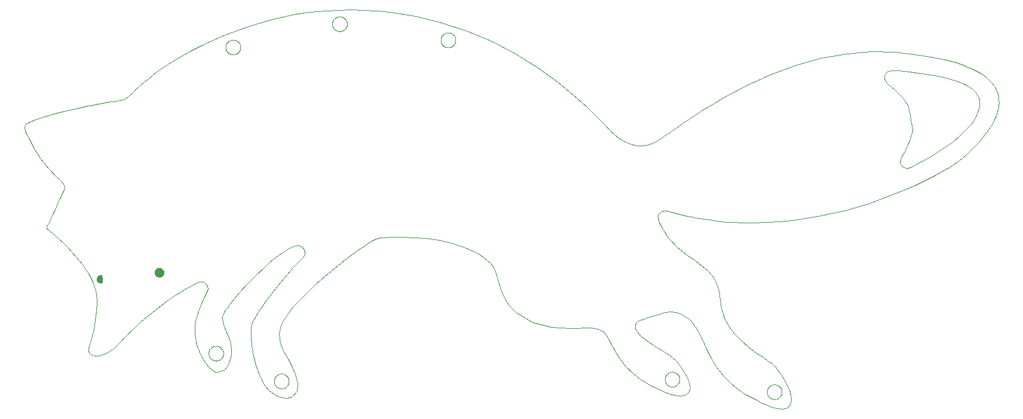
<source format=gto>
G04 EAGLE Gerber RS-274X export*
G75*
%MOMM*%
%FSLAX34Y34*%
%LPD*%
%INSilk top*%
%IPPOS*%
%AMOC8*
5,1,8,0,0,1.08239X$1,22.5*%
G01*
%ADD10C,0.000000*%
%ADD11C,0.001000*%

G36*
X192171Y186475D02*
X192171Y186475D01*
X193548Y186717D01*
X193549Y186717D01*
X194849Y187229D01*
X194850Y187229D01*
X195988Y187967D01*
X195988Y187968D01*
X195989Y187968D01*
X196945Y188898D01*
X196946Y188898D01*
X197700Y189986D01*
X197700Y189987D01*
X197701Y189987D01*
X198235Y191199D01*
X198530Y192500D01*
X198530Y192501D01*
X198566Y193857D01*
X198566Y193858D01*
X198325Y195235D01*
X198324Y195235D01*
X198324Y195236D01*
X197812Y196536D01*
X197812Y196537D01*
X197074Y197675D01*
X197073Y197675D01*
X197073Y197676D01*
X196143Y198632D01*
X195055Y199387D01*
X195054Y199387D01*
X195054Y199388D01*
X193843Y199922D01*
X193842Y199922D01*
X192541Y200217D01*
X192540Y200217D01*
X191184Y200253D01*
X191183Y200253D01*
X189806Y200011D01*
X188505Y199499D01*
X188504Y199499D01*
X187366Y198761D01*
X187366Y198760D01*
X187365Y198760D01*
X186409Y197830D01*
X185654Y196742D01*
X185654Y196741D01*
X185119Y195529D01*
X184824Y194228D01*
X184824Y194227D01*
X184788Y192871D01*
X184788Y192870D01*
X185030Y191493D01*
X185542Y190192D01*
X185542Y190191D01*
X186280Y189053D01*
X186281Y189053D01*
X186281Y189052D01*
X187211Y188096D01*
X187212Y188096D01*
X188300Y187341D01*
X189512Y186806D01*
X189513Y186806D01*
X190813Y186511D01*
X190814Y186511D01*
X192170Y186475D01*
X192171Y186475D01*
G37*
G36*
X108889Y178240D02*
X108889Y178240D01*
X108889Y178239D01*
X110029Y178440D01*
X110030Y178440D01*
X111106Y178863D01*
X111107Y178864D01*
X111665Y179229D01*
X111665Y179232D01*
X111667Y179233D01*
X111308Y184415D01*
X111307Y184416D01*
X111308Y184416D01*
X110275Y189367D01*
X110273Y189369D01*
X110272Y189370D01*
X109196Y189614D01*
X109195Y189614D01*
X108073Y189644D01*
X108072Y189644D01*
X106932Y189444D01*
X106932Y189443D01*
X106931Y189444D01*
X105855Y189020D01*
X105855Y189019D01*
X105854Y189020D01*
X104912Y188409D01*
X104912Y188408D01*
X104120Y187638D01*
X103495Y186737D01*
X103052Y185734D01*
X103053Y185734D01*
X103052Y185733D01*
X102808Y184657D01*
X102808Y184656D01*
X102778Y183534D01*
X102779Y183533D01*
X102778Y183533D01*
X102978Y182393D01*
X102979Y182393D01*
X103402Y181316D01*
X103403Y181316D01*
X103403Y181315D01*
X104014Y180373D01*
X104784Y179581D01*
X105685Y178956D01*
X105686Y178956D01*
X106688Y178514D01*
X106689Y178514D01*
X106689Y178513D01*
X107766Y178269D01*
X107766Y178270D01*
X107766Y178269D01*
X108889Y178239D01*
X108889Y178240D01*
G37*
D10*
X261280Y78740D02*
X261283Y78998D01*
X261293Y79255D01*
X261308Y79512D01*
X261331Y79769D01*
X261359Y80025D01*
X261394Y80281D01*
X261435Y80535D01*
X261482Y80788D01*
X261535Y81041D01*
X261595Y81291D01*
X261660Y81540D01*
X261732Y81788D01*
X261810Y82034D01*
X261894Y82277D01*
X261984Y82519D01*
X262079Y82758D01*
X262181Y82995D01*
X262288Y83229D01*
X262401Y83461D01*
X262520Y83690D01*
X262644Y83915D01*
X262774Y84138D01*
X262909Y84357D01*
X263050Y84573D01*
X263195Y84786D01*
X263346Y84995D01*
X263502Y85200D01*
X263663Y85401D01*
X263829Y85598D01*
X264000Y85791D01*
X264175Y85980D01*
X264355Y86165D01*
X264540Y86345D01*
X264729Y86520D01*
X264922Y86691D01*
X265119Y86857D01*
X265320Y87018D01*
X265525Y87174D01*
X265734Y87325D01*
X265947Y87470D01*
X266163Y87611D01*
X266382Y87746D01*
X266605Y87876D01*
X266830Y88000D01*
X267059Y88119D01*
X267291Y88232D01*
X267525Y88339D01*
X267762Y88441D01*
X268001Y88536D01*
X268243Y88626D01*
X268486Y88710D01*
X268732Y88788D01*
X268980Y88860D01*
X269229Y88925D01*
X269479Y88985D01*
X269732Y89038D01*
X269985Y89085D01*
X270239Y89126D01*
X270495Y89161D01*
X270751Y89189D01*
X271008Y89212D01*
X271265Y89227D01*
X271522Y89237D01*
X271780Y89240D01*
X272038Y89237D01*
X272295Y89227D01*
X272552Y89212D01*
X272809Y89189D01*
X273065Y89161D01*
X273321Y89126D01*
X273575Y89085D01*
X273828Y89038D01*
X274081Y88985D01*
X274331Y88925D01*
X274580Y88860D01*
X274828Y88788D01*
X275074Y88710D01*
X275317Y88626D01*
X275559Y88536D01*
X275798Y88441D01*
X276035Y88339D01*
X276269Y88232D01*
X276501Y88119D01*
X276730Y88000D01*
X276955Y87876D01*
X277178Y87746D01*
X277397Y87611D01*
X277613Y87470D01*
X277826Y87325D01*
X278035Y87174D01*
X278240Y87018D01*
X278441Y86857D01*
X278638Y86691D01*
X278831Y86520D01*
X279020Y86345D01*
X279205Y86165D01*
X279385Y85980D01*
X279560Y85791D01*
X279731Y85598D01*
X279897Y85401D01*
X280058Y85200D01*
X280214Y84995D01*
X280365Y84786D01*
X280510Y84573D01*
X280651Y84357D01*
X280786Y84138D01*
X280916Y83915D01*
X281040Y83690D01*
X281159Y83461D01*
X281272Y83229D01*
X281379Y82995D01*
X281481Y82758D01*
X281576Y82519D01*
X281666Y82277D01*
X281750Y82034D01*
X281828Y81788D01*
X281900Y81540D01*
X281965Y81291D01*
X282025Y81041D01*
X282078Y80788D01*
X282125Y80535D01*
X282166Y80281D01*
X282201Y80025D01*
X282229Y79769D01*
X282252Y79512D01*
X282267Y79255D01*
X282277Y78998D01*
X282280Y78740D01*
X282277Y78482D01*
X282267Y78225D01*
X282252Y77968D01*
X282229Y77711D01*
X282201Y77455D01*
X282166Y77199D01*
X282125Y76945D01*
X282078Y76692D01*
X282025Y76439D01*
X281965Y76189D01*
X281900Y75940D01*
X281828Y75692D01*
X281750Y75446D01*
X281666Y75203D01*
X281576Y74961D01*
X281481Y74722D01*
X281379Y74485D01*
X281272Y74251D01*
X281159Y74019D01*
X281040Y73790D01*
X280916Y73565D01*
X280786Y73342D01*
X280651Y73123D01*
X280510Y72907D01*
X280365Y72694D01*
X280214Y72485D01*
X280058Y72280D01*
X279897Y72079D01*
X279731Y71882D01*
X279560Y71689D01*
X279385Y71500D01*
X279205Y71315D01*
X279020Y71135D01*
X278831Y70960D01*
X278638Y70789D01*
X278441Y70623D01*
X278240Y70462D01*
X278035Y70306D01*
X277826Y70155D01*
X277613Y70010D01*
X277397Y69869D01*
X277178Y69734D01*
X276955Y69604D01*
X276730Y69480D01*
X276501Y69361D01*
X276269Y69248D01*
X276035Y69141D01*
X275798Y69039D01*
X275559Y68944D01*
X275317Y68854D01*
X275074Y68770D01*
X274828Y68692D01*
X274580Y68620D01*
X274331Y68555D01*
X274081Y68495D01*
X273828Y68442D01*
X273575Y68395D01*
X273321Y68354D01*
X273065Y68319D01*
X272809Y68291D01*
X272552Y68268D01*
X272295Y68253D01*
X272038Y68243D01*
X271780Y68240D01*
X271522Y68243D01*
X271265Y68253D01*
X271008Y68268D01*
X270751Y68291D01*
X270495Y68319D01*
X270239Y68354D01*
X269985Y68395D01*
X269732Y68442D01*
X269479Y68495D01*
X269229Y68555D01*
X268980Y68620D01*
X268732Y68692D01*
X268486Y68770D01*
X268243Y68854D01*
X268001Y68944D01*
X267762Y69039D01*
X267525Y69141D01*
X267291Y69248D01*
X267059Y69361D01*
X266830Y69480D01*
X266605Y69604D01*
X266382Y69734D01*
X266163Y69869D01*
X265947Y70010D01*
X265734Y70155D01*
X265525Y70306D01*
X265320Y70462D01*
X265119Y70623D01*
X264922Y70789D01*
X264729Y70960D01*
X264540Y71135D01*
X264355Y71315D01*
X264175Y71500D01*
X264000Y71689D01*
X263829Y71882D01*
X263663Y72079D01*
X263502Y72280D01*
X263346Y72485D01*
X263195Y72694D01*
X263050Y72907D01*
X262909Y73123D01*
X262774Y73342D01*
X262644Y73565D01*
X262520Y73790D01*
X262401Y74019D01*
X262288Y74251D01*
X262181Y74485D01*
X262079Y74722D01*
X261984Y74961D01*
X261894Y75203D01*
X261810Y75446D01*
X261732Y75692D01*
X261660Y75940D01*
X261595Y76189D01*
X261535Y76439D01*
X261482Y76692D01*
X261435Y76945D01*
X261394Y77199D01*
X261359Y77455D01*
X261331Y77711D01*
X261308Y77968D01*
X261293Y78225D01*
X261283Y78482D01*
X261280Y78740D01*
X353990Y39370D02*
X353993Y39628D01*
X354003Y39885D01*
X354018Y40142D01*
X354041Y40399D01*
X354069Y40655D01*
X354104Y40911D01*
X354145Y41165D01*
X354192Y41418D01*
X354245Y41671D01*
X354305Y41921D01*
X354370Y42170D01*
X354442Y42418D01*
X354520Y42664D01*
X354604Y42907D01*
X354694Y43149D01*
X354789Y43388D01*
X354891Y43625D01*
X354998Y43859D01*
X355111Y44091D01*
X355230Y44320D01*
X355354Y44545D01*
X355484Y44768D01*
X355619Y44987D01*
X355760Y45203D01*
X355905Y45416D01*
X356056Y45625D01*
X356212Y45830D01*
X356373Y46031D01*
X356539Y46228D01*
X356710Y46421D01*
X356885Y46610D01*
X357065Y46795D01*
X357250Y46975D01*
X357439Y47150D01*
X357632Y47321D01*
X357829Y47487D01*
X358030Y47648D01*
X358235Y47804D01*
X358444Y47955D01*
X358657Y48100D01*
X358873Y48241D01*
X359092Y48376D01*
X359315Y48506D01*
X359540Y48630D01*
X359769Y48749D01*
X360001Y48862D01*
X360235Y48969D01*
X360472Y49071D01*
X360711Y49166D01*
X360953Y49256D01*
X361196Y49340D01*
X361442Y49418D01*
X361690Y49490D01*
X361939Y49555D01*
X362189Y49615D01*
X362442Y49668D01*
X362695Y49715D01*
X362949Y49756D01*
X363205Y49791D01*
X363461Y49819D01*
X363718Y49842D01*
X363975Y49857D01*
X364232Y49867D01*
X364490Y49870D01*
X364748Y49867D01*
X365005Y49857D01*
X365262Y49842D01*
X365519Y49819D01*
X365775Y49791D01*
X366031Y49756D01*
X366285Y49715D01*
X366538Y49668D01*
X366791Y49615D01*
X367041Y49555D01*
X367290Y49490D01*
X367538Y49418D01*
X367784Y49340D01*
X368027Y49256D01*
X368269Y49166D01*
X368508Y49071D01*
X368745Y48969D01*
X368979Y48862D01*
X369211Y48749D01*
X369440Y48630D01*
X369665Y48506D01*
X369888Y48376D01*
X370107Y48241D01*
X370323Y48100D01*
X370536Y47955D01*
X370745Y47804D01*
X370950Y47648D01*
X371151Y47487D01*
X371348Y47321D01*
X371541Y47150D01*
X371730Y46975D01*
X371915Y46795D01*
X372095Y46610D01*
X372270Y46421D01*
X372441Y46228D01*
X372607Y46031D01*
X372768Y45830D01*
X372924Y45625D01*
X373075Y45416D01*
X373220Y45203D01*
X373361Y44987D01*
X373496Y44768D01*
X373626Y44545D01*
X373750Y44320D01*
X373869Y44091D01*
X373982Y43859D01*
X374089Y43625D01*
X374191Y43388D01*
X374286Y43149D01*
X374376Y42907D01*
X374460Y42664D01*
X374538Y42418D01*
X374610Y42170D01*
X374675Y41921D01*
X374735Y41671D01*
X374788Y41418D01*
X374835Y41165D01*
X374876Y40911D01*
X374911Y40655D01*
X374939Y40399D01*
X374962Y40142D01*
X374977Y39885D01*
X374987Y39628D01*
X374990Y39370D01*
X374987Y39112D01*
X374977Y38855D01*
X374962Y38598D01*
X374939Y38341D01*
X374911Y38085D01*
X374876Y37829D01*
X374835Y37575D01*
X374788Y37322D01*
X374735Y37069D01*
X374675Y36819D01*
X374610Y36570D01*
X374538Y36322D01*
X374460Y36076D01*
X374376Y35833D01*
X374286Y35591D01*
X374191Y35352D01*
X374089Y35115D01*
X373982Y34881D01*
X373869Y34649D01*
X373750Y34420D01*
X373626Y34195D01*
X373496Y33972D01*
X373361Y33753D01*
X373220Y33537D01*
X373075Y33324D01*
X372924Y33115D01*
X372768Y32910D01*
X372607Y32709D01*
X372441Y32512D01*
X372270Y32319D01*
X372095Y32130D01*
X371915Y31945D01*
X371730Y31765D01*
X371541Y31590D01*
X371348Y31419D01*
X371151Y31253D01*
X370950Y31092D01*
X370745Y30936D01*
X370536Y30785D01*
X370323Y30640D01*
X370107Y30499D01*
X369888Y30364D01*
X369665Y30234D01*
X369440Y30110D01*
X369211Y29991D01*
X368979Y29878D01*
X368745Y29771D01*
X368508Y29669D01*
X368269Y29574D01*
X368027Y29484D01*
X367784Y29400D01*
X367538Y29322D01*
X367290Y29250D01*
X367041Y29185D01*
X366791Y29125D01*
X366538Y29072D01*
X366285Y29025D01*
X366031Y28984D01*
X365775Y28949D01*
X365519Y28921D01*
X365262Y28898D01*
X365005Y28883D01*
X364748Y28873D01*
X364490Y28870D01*
X364232Y28873D01*
X363975Y28883D01*
X363718Y28898D01*
X363461Y28921D01*
X363205Y28949D01*
X362949Y28984D01*
X362695Y29025D01*
X362442Y29072D01*
X362189Y29125D01*
X361939Y29185D01*
X361690Y29250D01*
X361442Y29322D01*
X361196Y29400D01*
X360953Y29484D01*
X360711Y29574D01*
X360472Y29669D01*
X360235Y29771D01*
X360001Y29878D01*
X359769Y29991D01*
X359540Y30110D01*
X359315Y30234D01*
X359092Y30364D01*
X358873Y30499D01*
X358657Y30640D01*
X358444Y30785D01*
X358235Y30936D01*
X358030Y31092D01*
X357829Y31253D01*
X357632Y31419D01*
X357439Y31590D01*
X357250Y31765D01*
X357065Y31945D01*
X356885Y32130D01*
X356710Y32319D01*
X356539Y32512D01*
X356373Y32709D01*
X356212Y32910D01*
X356056Y33115D01*
X355905Y33324D01*
X355760Y33537D01*
X355619Y33753D01*
X355484Y33972D01*
X355354Y34195D01*
X355230Y34420D01*
X355111Y34649D01*
X354998Y34881D01*
X354891Y35115D01*
X354789Y35352D01*
X354694Y35591D01*
X354604Y35833D01*
X354520Y36076D01*
X354442Y36322D01*
X354370Y36570D01*
X354305Y36819D01*
X354245Y37069D01*
X354192Y37322D01*
X354145Y37575D01*
X354104Y37829D01*
X354069Y38085D01*
X354041Y38341D01*
X354018Y38598D01*
X354003Y38855D01*
X353993Y39112D01*
X353990Y39370D01*
X1052490Y24130D02*
X1052493Y24388D01*
X1052503Y24645D01*
X1052518Y24902D01*
X1052541Y25159D01*
X1052569Y25415D01*
X1052604Y25671D01*
X1052645Y25925D01*
X1052692Y26178D01*
X1052745Y26431D01*
X1052805Y26681D01*
X1052870Y26930D01*
X1052942Y27178D01*
X1053020Y27424D01*
X1053104Y27667D01*
X1053194Y27909D01*
X1053289Y28148D01*
X1053391Y28385D01*
X1053498Y28619D01*
X1053611Y28851D01*
X1053730Y29080D01*
X1053854Y29305D01*
X1053984Y29528D01*
X1054119Y29747D01*
X1054260Y29963D01*
X1054405Y30176D01*
X1054556Y30385D01*
X1054712Y30590D01*
X1054873Y30791D01*
X1055039Y30988D01*
X1055210Y31181D01*
X1055385Y31370D01*
X1055565Y31555D01*
X1055750Y31735D01*
X1055939Y31910D01*
X1056132Y32081D01*
X1056329Y32247D01*
X1056530Y32408D01*
X1056735Y32564D01*
X1056944Y32715D01*
X1057157Y32860D01*
X1057373Y33001D01*
X1057592Y33136D01*
X1057815Y33266D01*
X1058040Y33390D01*
X1058269Y33509D01*
X1058501Y33622D01*
X1058735Y33729D01*
X1058972Y33831D01*
X1059211Y33926D01*
X1059453Y34016D01*
X1059696Y34100D01*
X1059942Y34178D01*
X1060190Y34250D01*
X1060439Y34315D01*
X1060689Y34375D01*
X1060942Y34428D01*
X1061195Y34475D01*
X1061449Y34516D01*
X1061705Y34551D01*
X1061961Y34579D01*
X1062218Y34602D01*
X1062475Y34617D01*
X1062732Y34627D01*
X1062990Y34630D01*
X1063248Y34627D01*
X1063505Y34617D01*
X1063762Y34602D01*
X1064019Y34579D01*
X1064275Y34551D01*
X1064531Y34516D01*
X1064785Y34475D01*
X1065038Y34428D01*
X1065291Y34375D01*
X1065541Y34315D01*
X1065790Y34250D01*
X1066038Y34178D01*
X1066284Y34100D01*
X1066527Y34016D01*
X1066769Y33926D01*
X1067008Y33831D01*
X1067245Y33729D01*
X1067479Y33622D01*
X1067711Y33509D01*
X1067940Y33390D01*
X1068165Y33266D01*
X1068388Y33136D01*
X1068607Y33001D01*
X1068823Y32860D01*
X1069036Y32715D01*
X1069245Y32564D01*
X1069450Y32408D01*
X1069651Y32247D01*
X1069848Y32081D01*
X1070041Y31910D01*
X1070230Y31735D01*
X1070415Y31555D01*
X1070595Y31370D01*
X1070770Y31181D01*
X1070941Y30988D01*
X1071107Y30791D01*
X1071268Y30590D01*
X1071424Y30385D01*
X1071575Y30176D01*
X1071720Y29963D01*
X1071861Y29747D01*
X1071996Y29528D01*
X1072126Y29305D01*
X1072250Y29080D01*
X1072369Y28851D01*
X1072482Y28619D01*
X1072589Y28385D01*
X1072691Y28148D01*
X1072786Y27909D01*
X1072876Y27667D01*
X1072960Y27424D01*
X1073038Y27178D01*
X1073110Y26930D01*
X1073175Y26681D01*
X1073235Y26431D01*
X1073288Y26178D01*
X1073335Y25925D01*
X1073376Y25671D01*
X1073411Y25415D01*
X1073439Y25159D01*
X1073462Y24902D01*
X1073477Y24645D01*
X1073487Y24388D01*
X1073490Y24130D01*
X1073487Y23872D01*
X1073477Y23615D01*
X1073462Y23358D01*
X1073439Y23101D01*
X1073411Y22845D01*
X1073376Y22589D01*
X1073335Y22335D01*
X1073288Y22082D01*
X1073235Y21829D01*
X1073175Y21579D01*
X1073110Y21330D01*
X1073038Y21082D01*
X1072960Y20836D01*
X1072876Y20593D01*
X1072786Y20351D01*
X1072691Y20112D01*
X1072589Y19875D01*
X1072482Y19641D01*
X1072369Y19409D01*
X1072250Y19180D01*
X1072126Y18955D01*
X1071996Y18732D01*
X1071861Y18513D01*
X1071720Y18297D01*
X1071575Y18084D01*
X1071424Y17875D01*
X1071268Y17670D01*
X1071107Y17469D01*
X1070941Y17272D01*
X1070770Y17079D01*
X1070595Y16890D01*
X1070415Y16705D01*
X1070230Y16525D01*
X1070041Y16350D01*
X1069848Y16179D01*
X1069651Y16013D01*
X1069450Y15852D01*
X1069245Y15696D01*
X1069036Y15545D01*
X1068823Y15400D01*
X1068607Y15259D01*
X1068388Y15124D01*
X1068165Y14994D01*
X1067940Y14870D01*
X1067711Y14751D01*
X1067479Y14638D01*
X1067245Y14531D01*
X1067008Y14429D01*
X1066769Y14334D01*
X1066527Y14244D01*
X1066284Y14160D01*
X1066038Y14082D01*
X1065790Y14010D01*
X1065541Y13945D01*
X1065291Y13885D01*
X1065038Y13832D01*
X1064785Y13785D01*
X1064531Y13744D01*
X1064275Y13709D01*
X1064019Y13681D01*
X1063762Y13658D01*
X1063505Y13643D01*
X1063248Y13633D01*
X1062990Y13630D01*
X1062732Y13633D01*
X1062475Y13643D01*
X1062218Y13658D01*
X1061961Y13681D01*
X1061705Y13709D01*
X1061449Y13744D01*
X1061195Y13785D01*
X1060942Y13832D01*
X1060689Y13885D01*
X1060439Y13945D01*
X1060190Y14010D01*
X1059942Y14082D01*
X1059696Y14160D01*
X1059453Y14244D01*
X1059211Y14334D01*
X1058972Y14429D01*
X1058735Y14531D01*
X1058501Y14638D01*
X1058269Y14751D01*
X1058040Y14870D01*
X1057815Y14994D01*
X1057592Y15124D01*
X1057373Y15259D01*
X1057157Y15400D01*
X1056944Y15545D01*
X1056735Y15696D01*
X1056530Y15852D01*
X1056329Y16013D01*
X1056132Y16179D01*
X1055939Y16350D01*
X1055750Y16525D01*
X1055565Y16705D01*
X1055385Y16890D01*
X1055210Y17079D01*
X1055039Y17272D01*
X1054873Y17469D01*
X1054712Y17670D01*
X1054556Y17875D01*
X1054405Y18084D01*
X1054260Y18297D01*
X1054119Y18513D01*
X1053984Y18732D01*
X1053854Y18955D01*
X1053730Y19180D01*
X1053611Y19409D01*
X1053498Y19641D01*
X1053391Y19875D01*
X1053289Y20112D01*
X1053194Y20351D01*
X1053104Y20593D01*
X1053020Y20836D01*
X1052942Y21082D01*
X1052870Y21330D01*
X1052805Y21579D01*
X1052745Y21829D01*
X1052692Y22082D01*
X1052645Y22335D01*
X1052604Y22589D01*
X1052569Y22845D01*
X1052541Y23101D01*
X1052518Y23358D01*
X1052503Y23615D01*
X1052493Y23872D01*
X1052490Y24130D01*
X436540Y546100D02*
X436543Y546358D01*
X436553Y546615D01*
X436568Y546872D01*
X436591Y547129D01*
X436619Y547385D01*
X436654Y547641D01*
X436695Y547895D01*
X436742Y548148D01*
X436795Y548401D01*
X436855Y548651D01*
X436920Y548900D01*
X436992Y549148D01*
X437070Y549394D01*
X437154Y549637D01*
X437244Y549879D01*
X437339Y550118D01*
X437441Y550355D01*
X437548Y550589D01*
X437661Y550821D01*
X437780Y551050D01*
X437904Y551275D01*
X438034Y551498D01*
X438169Y551717D01*
X438310Y551933D01*
X438455Y552146D01*
X438606Y552355D01*
X438762Y552560D01*
X438923Y552761D01*
X439089Y552958D01*
X439260Y553151D01*
X439435Y553340D01*
X439615Y553525D01*
X439800Y553705D01*
X439989Y553880D01*
X440182Y554051D01*
X440379Y554217D01*
X440580Y554378D01*
X440785Y554534D01*
X440994Y554685D01*
X441207Y554830D01*
X441423Y554971D01*
X441642Y555106D01*
X441865Y555236D01*
X442090Y555360D01*
X442319Y555479D01*
X442551Y555592D01*
X442785Y555699D01*
X443022Y555801D01*
X443261Y555896D01*
X443503Y555986D01*
X443746Y556070D01*
X443992Y556148D01*
X444240Y556220D01*
X444489Y556285D01*
X444739Y556345D01*
X444992Y556398D01*
X445245Y556445D01*
X445499Y556486D01*
X445755Y556521D01*
X446011Y556549D01*
X446268Y556572D01*
X446525Y556587D01*
X446782Y556597D01*
X447040Y556600D01*
X447298Y556597D01*
X447555Y556587D01*
X447812Y556572D01*
X448069Y556549D01*
X448325Y556521D01*
X448581Y556486D01*
X448835Y556445D01*
X449088Y556398D01*
X449341Y556345D01*
X449591Y556285D01*
X449840Y556220D01*
X450088Y556148D01*
X450334Y556070D01*
X450577Y555986D01*
X450819Y555896D01*
X451058Y555801D01*
X451295Y555699D01*
X451529Y555592D01*
X451761Y555479D01*
X451990Y555360D01*
X452215Y555236D01*
X452438Y555106D01*
X452657Y554971D01*
X452873Y554830D01*
X453086Y554685D01*
X453295Y554534D01*
X453500Y554378D01*
X453701Y554217D01*
X453898Y554051D01*
X454091Y553880D01*
X454280Y553705D01*
X454465Y553525D01*
X454645Y553340D01*
X454820Y553151D01*
X454991Y552958D01*
X455157Y552761D01*
X455318Y552560D01*
X455474Y552355D01*
X455625Y552146D01*
X455770Y551933D01*
X455911Y551717D01*
X456046Y551498D01*
X456176Y551275D01*
X456300Y551050D01*
X456419Y550821D01*
X456532Y550589D01*
X456639Y550355D01*
X456741Y550118D01*
X456836Y549879D01*
X456926Y549637D01*
X457010Y549394D01*
X457088Y549148D01*
X457160Y548900D01*
X457225Y548651D01*
X457285Y548401D01*
X457338Y548148D01*
X457385Y547895D01*
X457426Y547641D01*
X457461Y547385D01*
X457489Y547129D01*
X457512Y546872D01*
X457527Y546615D01*
X457537Y546358D01*
X457540Y546100D01*
X457537Y545842D01*
X457527Y545585D01*
X457512Y545328D01*
X457489Y545071D01*
X457461Y544815D01*
X457426Y544559D01*
X457385Y544305D01*
X457338Y544052D01*
X457285Y543799D01*
X457225Y543549D01*
X457160Y543300D01*
X457088Y543052D01*
X457010Y542806D01*
X456926Y542563D01*
X456836Y542321D01*
X456741Y542082D01*
X456639Y541845D01*
X456532Y541611D01*
X456419Y541379D01*
X456300Y541150D01*
X456176Y540925D01*
X456046Y540702D01*
X455911Y540483D01*
X455770Y540267D01*
X455625Y540054D01*
X455474Y539845D01*
X455318Y539640D01*
X455157Y539439D01*
X454991Y539242D01*
X454820Y539049D01*
X454645Y538860D01*
X454465Y538675D01*
X454280Y538495D01*
X454091Y538320D01*
X453898Y538149D01*
X453701Y537983D01*
X453500Y537822D01*
X453295Y537666D01*
X453086Y537515D01*
X452873Y537370D01*
X452657Y537229D01*
X452438Y537094D01*
X452215Y536964D01*
X451990Y536840D01*
X451761Y536721D01*
X451529Y536608D01*
X451295Y536501D01*
X451058Y536399D01*
X450819Y536304D01*
X450577Y536214D01*
X450334Y536130D01*
X450088Y536052D01*
X449840Y535980D01*
X449591Y535915D01*
X449341Y535855D01*
X449088Y535802D01*
X448835Y535755D01*
X448581Y535714D01*
X448325Y535679D01*
X448069Y535651D01*
X447812Y535628D01*
X447555Y535613D01*
X447298Y535603D01*
X447040Y535600D01*
X446782Y535603D01*
X446525Y535613D01*
X446268Y535628D01*
X446011Y535651D01*
X445755Y535679D01*
X445499Y535714D01*
X445245Y535755D01*
X444992Y535802D01*
X444739Y535855D01*
X444489Y535915D01*
X444240Y535980D01*
X443992Y536052D01*
X443746Y536130D01*
X443503Y536214D01*
X443261Y536304D01*
X443022Y536399D01*
X442785Y536501D01*
X442551Y536608D01*
X442319Y536721D01*
X442090Y536840D01*
X441865Y536964D01*
X441642Y537094D01*
X441423Y537229D01*
X441207Y537370D01*
X440994Y537515D01*
X440785Y537666D01*
X440580Y537822D01*
X440379Y537983D01*
X440182Y538149D01*
X439989Y538320D01*
X439800Y538495D01*
X439615Y538675D01*
X439435Y538860D01*
X439260Y539049D01*
X439089Y539242D01*
X438923Y539439D01*
X438762Y539640D01*
X438606Y539845D01*
X438455Y540054D01*
X438310Y540267D01*
X438169Y540483D01*
X438034Y540702D01*
X437904Y540925D01*
X437780Y541150D01*
X437661Y541379D01*
X437548Y541611D01*
X437441Y541845D01*
X437339Y542082D01*
X437244Y542321D01*
X437154Y542563D01*
X437070Y542806D01*
X436992Y543052D01*
X436920Y543300D01*
X436855Y543549D01*
X436795Y543799D01*
X436742Y544052D01*
X436695Y544305D01*
X436654Y544559D01*
X436619Y544815D01*
X436591Y545071D01*
X436568Y545328D01*
X436553Y545585D01*
X436543Y545842D01*
X436540Y546100D01*
X590210Y523240D02*
X590213Y523498D01*
X590223Y523755D01*
X590238Y524012D01*
X590261Y524269D01*
X590289Y524525D01*
X590324Y524781D01*
X590365Y525035D01*
X590412Y525288D01*
X590465Y525541D01*
X590525Y525791D01*
X590590Y526040D01*
X590662Y526288D01*
X590740Y526534D01*
X590824Y526777D01*
X590914Y527019D01*
X591009Y527258D01*
X591111Y527495D01*
X591218Y527729D01*
X591331Y527961D01*
X591450Y528190D01*
X591574Y528415D01*
X591704Y528638D01*
X591839Y528857D01*
X591980Y529073D01*
X592125Y529286D01*
X592276Y529495D01*
X592432Y529700D01*
X592593Y529901D01*
X592759Y530098D01*
X592930Y530291D01*
X593105Y530480D01*
X593285Y530665D01*
X593470Y530845D01*
X593659Y531020D01*
X593852Y531191D01*
X594049Y531357D01*
X594250Y531518D01*
X594455Y531674D01*
X594664Y531825D01*
X594877Y531970D01*
X595093Y532111D01*
X595312Y532246D01*
X595535Y532376D01*
X595760Y532500D01*
X595989Y532619D01*
X596221Y532732D01*
X596455Y532839D01*
X596692Y532941D01*
X596931Y533036D01*
X597173Y533126D01*
X597416Y533210D01*
X597662Y533288D01*
X597910Y533360D01*
X598159Y533425D01*
X598409Y533485D01*
X598662Y533538D01*
X598915Y533585D01*
X599169Y533626D01*
X599425Y533661D01*
X599681Y533689D01*
X599938Y533712D01*
X600195Y533727D01*
X600452Y533737D01*
X600710Y533740D01*
X600968Y533737D01*
X601225Y533727D01*
X601482Y533712D01*
X601739Y533689D01*
X601995Y533661D01*
X602251Y533626D01*
X602505Y533585D01*
X602758Y533538D01*
X603011Y533485D01*
X603261Y533425D01*
X603510Y533360D01*
X603758Y533288D01*
X604004Y533210D01*
X604247Y533126D01*
X604489Y533036D01*
X604728Y532941D01*
X604965Y532839D01*
X605199Y532732D01*
X605431Y532619D01*
X605660Y532500D01*
X605885Y532376D01*
X606108Y532246D01*
X606327Y532111D01*
X606543Y531970D01*
X606756Y531825D01*
X606965Y531674D01*
X607170Y531518D01*
X607371Y531357D01*
X607568Y531191D01*
X607761Y531020D01*
X607950Y530845D01*
X608135Y530665D01*
X608315Y530480D01*
X608490Y530291D01*
X608661Y530098D01*
X608827Y529901D01*
X608988Y529700D01*
X609144Y529495D01*
X609295Y529286D01*
X609440Y529073D01*
X609581Y528857D01*
X609716Y528638D01*
X609846Y528415D01*
X609970Y528190D01*
X610089Y527961D01*
X610202Y527729D01*
X610309Y527495D01*
X610411Y527258D01*
X610506Y527019D01*
X610596Y526777D01*
X610680Y526534D01*
X610758Y526288D01*
X610830Y526040D01*
X610895Y525791D01*
X610955Y525541D01*
X611008Y525288D01*
X611055Y525035D01*
X611096Y524781D01*
X611131Y524525D01*
X611159Y524269D01*
X611182Y524012D01*
X611197Y523755D01*
X611207Y523498D01*
X611210Y523240D01*
X611207Y522982D01*
X611197Y522725D01*
X611182Y522468D01*
X611159Y522211D01*
X611131Y521955D01*
X611096Y521699D01*
X611055Y521445D01*
X611008Y521192D01*
X610955Y520939D01*
X610895Y520689D01*
X610830Y520440D01*
X610758Y520192D01*
X610680Y519946D01*
X610596Y519703D01*
X610506Y519461D01*
X610411Y519222D01*
X610309Y518985D01*
X610202Y518751D01*
X610089Y518519D01*
X609970Y518290D01*
X609846Y518065D01*
X609716Y517842D01*
X609581Y517623D01*
X609440Y517407D01*
X609295Y517194D01*
X609144Y516985D01*
X608988Y516780D01*
X608827Y516579D01*
X608661Y516382D01*
X608490Y516189D01*
X608315Y516000D01*
X608135Y515815D01*
X607950Y515635D01*
X607761Y515460D01*
X607568Y515289D01*
X607371Y515123D01*
X607170Y514962D01*
X606965Y514806D01*
X606756Y514655D01*
X606543Y514510D01*
X606327Y514369D01*
X606108Y514234D01*
X605885Y514104D01*
X605660Y513980D01*
X605431Y513861D01*
X605199Y513748D01*
X604965Y513641D01*
X604728Y513539D01*
X604489Y513444D01*
X604247Y513354D01*
X604004Y513270D01*
X603758Y513192D01*
X603510Y513120D01*
X603261Y513055D01*
X603011Y512995D01*
X602758Y512942D01*
X602505Y512895D01*
X602251Y512854D01*
X601995Y512819D01*
X601739Y512791D01*
X601482Y512768D01*
X601225Y512753D01*
X600968Y512743D01*
X600710Y512740D01*
X600452Y512743D01*
X600195Y512753D01*
X599938Y512768D01*
X599681Y512791D01*
X599425Y512819D01*
X599169Y512854D01*
X598915Y512895D01*
X598662Y512942D01*
X598409Y512995D01*
X598159Y513055D01*
X597910Y513120D01*
X597662Y513192D01*
X597416Y513270D01*
X597173Y513354D01*
X596931Y513444D01*
X596692Y513539D01*
X596455Y513641D01*
X596221Y513748D01*
X595989Y513861D01*
X595760Y513980D01*
X595535Y514104D01*
X595312Y514234D01*
X595093Y514369D01*
X594877Y514510D01*
X594664Y514655D01*
X594455Y514806D01*
X594250Y514962D01*
X594049Y515123D01*
X593852Y515289D01*
X593659Y515460D01*
X593470Y515635D01*
X593285Y515815D01*
X593105Y516000D01*
X592930Y516189D01*
X592759Y516382D01*
X592593Y516579D01*
X592432Y516780D01*
X592276Y516985D01*
X592125Y517194D01*
X591980Y517407D01*
X591839Y517623D01*
X591704Y517842D01*
X591574Y518065D01*
X591450Y518290D01*
X591331Y518519D01*
X591218Y518751D01*
X591111Y518985D01*
X591009Y519222D01*
X590914Y519461D01*
X590824Y519703D01*
X590740Y519946D01*
X590662Y520192D01*
X590590Y520440D01*
X590525Y520689D01*
X590465Y520939D01*
X590412Y521192D01*
X590365Y521445D01*
X590324Y521699D01*
X590289Y521955D01*
X590261Y522211D01*
X590238Y522468D01*
X590223Y522725D01*
X590213Y522982D01*
X590210Y523240D01*
X285410Y513080D02*
X285413Y513338D01*
X285423Y513595D01*
X285438Y513852D01*
X285461Y514109D01*
X285489Y514365D01*
X285524Y514621D01*
X285565Y514875D01*
X285612Y515128D01*
X285665Y515381D01*
X285725Y515631D01*
X285790Y515880D01*
X285862Y516128D01*
X285940Y516374D01*
X286024Y516617D01*
X286114Y516859D01*
X286209Y517098D01*
X286311Y517335D01*
X286418Y517569D01*
X286531Y517801D01*
X286650Y518030D01*
X286774Y518255D01*
X286904Y518478D01*
X287039Y518697D01*
X287180Y518913D01*
X287325Y519126D01*
X287476Y519335D01*
X287632Y519540D01*
X287793Y519741D01*
X287959Y519938D01*
X288130Y520131D01*
X288305Y520320D01*
X288485Y520505D01*
X288670Y520685D01*
X288859Y520860D01*
X289052Y521031D01*
X289249Y521197D01*
X289450Y521358D01*
X289655Y521514D01*
X289864Y521665D01*
X290077Y521810D01*
X290293Y521951D01*
X290512Y522086D01*
X290735Y522216D01*
X290960Y522340D01*
X291189Y522459D01*
X291421Y522572D01*
X291655Y522679D01*
X291892Y522781D01*
X292131Y522876D01*
X292373Y522966D01*
X292616Y523050D01*
X292862Y523128D01*
X293110Y523200D01*
X293359Y523265D01*
X293609Y523325D01*
X293862Y523378D01*
X294115Y523425D01*
X294369Y523466D01*
X294625Y523501D01*
X294881Y523529D01*
X295138Y523552D01*
X295395Y523567D01*
X295652Y523577D01*
X295910Y523580D01*
X296168Y523577D01*
X296425Y523567D01*
X296682Y523552D01*
X296939Y523529D01*
X297195Y523501D01*
X297451Y523466D01*
X297705Y523425D01*
X297958Y523378D01*
X298211Y523325D01*
X298461Y523265D01*
X298710Y523200D01*
X298958Y523128D01*
X299204Y523050D01*
X299447Y522966D01*
X299689Y522876D01*
X299928Y522781D01*
X300165Y522679D01*
X300399Y522572D01*
X300631Y522459D01*
X300860Y522340D01*
X301085Y522216D01*
X301308Y522086D01*
X301527Y521951D01*
X301743Y521810D01*
X301956Y521665D01*
X302165Y521514D01*
X302370Y521358D01*
X302571Y521197D01*
X302768Y521031D01*
X302961Y520860D01*
X303150Y520685D01*
X303335Y520505D01*
X303515Y520320D01*
X303690Y520131D01*
X303861Y519938D01*
X304027Y519741D01*
X304188Y519540D01*
X304344Y519335D01*
X304495Y519126D01*
X304640Y518913D01*
X304781Y518697D01*
X304916Y518478D01*
X305046Y518255D01*
X305170Y518030D01*
X305289Y517801D01*
X305402Y517569D01*
X305509Y517335D01*
X305611Y517098D01*
X305706Y516859D01*
X305796Y516617D01*
X305880Y516374D01*
X305958Y516128D01*
X306030Y515880D01*
X306095Y515631D01*
X306155Y515381D01*
X306208Y515128D01*
X306255Y514875D01*
X306296Y514621D01*
X306331Y514365D01*
X306359Y514109D01*
X306382Y513852D01*
X306397Y513595D01*
X306407Y513338D01*
X306410Y513080D01*
X306407Y512822D01*
X306397Y512565D01*
X306382Y512308D01*
X306359Y512051D01*
X306331Y511795D01*
X306296Y511539D01*
X306255Y511285D01*
X306208Y511032D01*
X306155Y510779D01*
X306095Y510529D01*
X306030Y510280D01*
X305958Y510032D01*
X305880Y509786D01*
X305796Y509543D01*
X305706Y509301D01*
X305611Y509062D01*
X305509Y508825D01*
X305402Y508591D01*
X305289Y508359D01*
X305170Y508130D01*
X305046Y507905D01*
X304916Y507682D01*
X304781Y507463D01*
X304640Y507247D01*
X304495Y507034D01*
X304344Y506825D01*
X304188Y506620D01*
X304027Y506419D01*
X303861Y506222D01*
X303690Y506029D01*
X303515Y505840D01*
X303335Y505655D01*
X303150Y505475D01*
X302961Y505300D01*
X302768Y505129D01*
X302571Y504963D01*
X302370Y504802D01*
X302165Y504646D01*
X301956Y504495D01*
X301743Y504350D01*
X301527Y504209D01*
X301308Y504074D01*
X301085Y503944D01*
X300860Y503820D01*
X300631Y503701D01*
X300399Y503588D01*
X300165Y503481D01*
X299928Y503379D01*
X299689Y503284D01*
X299447Y503194D01*
X299204Y503110D01*
X298958Y503032D01*
X298710Y502960D01*
X298461Y502895D01*
X298211Y502835D01*
X297958Y502782D01*
X297705Y502735D01*
X297451Y502694D01*
X297195Y502659D01*
X296939Y502631D01*
X296682Y502608D01*
X296425Y502593D01*
X296168Y502583D01*
X295910Y502580D01*
X295652Y502583D01*
X295395Y502593D01*
X295138Y502608D01*
X294881Y502631D01*
X294625Y502659D01*
X294369Y502694D01*
X294115Y502735D01*
X293862Y502782D01*
X293609Y502835D01*
X293359Y502895D01*
X293110Y502960D01*
X292862Y503032D01*
X292616Y503110D01*
X292373Y503194D01*
X292131Y503284D01*
X291892Y503379D01*
X291655Y503481D01*
X291421Y503588D01*
X291189Y503701D01*
X290960Y503820D01*
X290735Y503944D01*
X290512Y504074D01*
X290293Y504209D01*
X290077Y504350D01*
X289864Y504495D01*
X289655Y504646D01*
X289450Y504802D01*
X289249Y504963D01*
X289052Y505129D01*
X288859Y505300D01*
X288670Y505475D01*
X288485Y505655D01*
X288305Y505840D01*
X288130Y506029D01*
X287959Y506222D01*
X287793Y506419D01*
X287632Y506620D01*
X287476Y506825D01*
X287325Y507034D01*
X287180Y507247D01*
X287039Y507463D01*
X286904Y507682D01*
X286774Y507905D01*
X286650Y508130D01*
X286531Y508359D01*
X286418Y508591D01*
X286311Y508825D01*
X286209Y509062D01*
X286114Y509301D01*
X286024Y509543D01*
X285940Y509786D01*
X285862Y510032D01*
X285790Y510280D01*
X285725Y510529D01*
X285665Y510779D01*
X285612Y511032D01*
X285565Y511285D01*
X285524Y511539D01*
X285489Y511795D01*
X285461Y512051D01*
X285438Y512308D01*
X285423Y512565D01*
X285413Y512822D01*
X285410Y513080D01*
D11*
X1378602Y449418D02*
X1379897Y446385D01*
X1378602Y449418D02*
X1377374Y452488D01*
X1376058Y455515D01*
X1374497Y458419D01*
X1373346Y460061D01*
X1372055Y461565D01*
X1370668Y462987D01*
X1369233Y464384D01*
X1366046Y467551D01*
X1362940Y470555D01*
X1359630Y473332D01*
X1355830Y475817D01*
X1349314Y479331D01*
X1342759Y482569D01*
X1336080Y485542D01*
X1329191Y488260D01*
X1325822Y489527D01*
X1322445Y490798D01*
X1319047Y492007D01*
X1315617Y493093D01*
X1312243Y493968D01*
X1308835Y494700D01*
X1305413Y495376D01*
X1302000Y496080D01*
X1268108Y502372D01*
X1233859Y506165D01*
X1199453Y506963D01*
X1165088Y504268D01*
X1128836Y497614D01*
X1093392Y487747D01*
X1058844Y475039D01*
X1025281Y459861D01*
X1008998Y451534D01*
X992970Y442758D01*
X977181Y433559D01*
X961614Y423961D01*
X953981Y419086D01*
X946385Y414152D01*
X938826Y409161D01*
X931304Y404115D01*
X923824Y398921D01*
X916398Y393633D01*
X908935Y388402D01*
X901345Y383378D01*
X893489Y378904D01*
X885182Y375455D01*
X876477Y373518D01*
X867428Y373581D01*
X858832Y375647D01*
X850772Y379233D01*
X843271Y383961D01*
X836353Y389456D01*
X829703Y395607D01*
X823328Y402053D01*
X817069Y408619D01*
X810770Y415132D01*
X804185Y421673D01*
X797502Y428114D01*
X790719Y434451D01*
X783838Y440680D01*
X755653Y464080D01*
X725892Y485443D01*
X694685Y504630D01*
X662160Y521503D01*
X627569Y536239D01*
X591754Y548249D01*
X555082Y557266D01*
X517919Y563020D01*
X499625Y564725D01*
X481259Y565835D01*
X462869Y566268D01*
X444503Y565941D01*
X428879Y565182D01*
X413236Y564016D01*
X397660Y562236D01*
X382237Y559633D01*
X348459Y551799D01*
X315109Y541898D01*
X282480Y529869D01*
X250864Y515652D01*
X234472Y507279D01*
X218369Y498339D01*
X202714Y488657D01*
X187665Y478058D01*
X181665Y473427D01*
X175746Y468681D01*
X169912Y463829D01*
X164169Y458883D01*
X161184Y456211D01*
X158256Y453487D01*
X155372Y450716D01*
X152520Y447904D01*
X149632Y445125D01*
X146552Y442541D01*
X143205Y440363D01*
X139516Y438799D01*
X134034Y437459D01*
X128377Y436542D01*
X122682Y435800D01*
X117083Y434985D01*
X110320Y433792D01*
X103572Y432520D01*
X96836Y431184D01*
X90109Y429801D01*
X73606Y426317D01*
X57075Y422589D01*
X40662Y418403D01*
X24512Y413548D01*
X21778Y412595D01*
X19070Y411574D01*
X16375Y410518D01*
X13679Y409461D01*
X10770Y408363D01*
X7827Y407176D01*
X5001Y405764D01*
X2447Y403992D01*
X294Y399556D01*
X1287Y394100D01*
X3812Y388606D01*
X6257Y384061D01*
X14297Y369066D01*
X23497Y354534D01*
X33993Y340952D01*
X45916Y328812D01*
X49332Y325991D01*
X52834Y322908D01*
X55630Y319357D01*
X56926Y315130D01*
X56817Y313112D01*
X56327Y311180D01*
X55593Y309310D01*
X54751Y307474D01*
X53341Y304437D01*
X51936Y301396D01*
X50534Y298355D01*
X49131Y295314D01*
X43319Y282724D01*
X40413Y276430D01*
X37507Y270135D01*
X36370Y267694D01*
X35215Y265269D01*
X34031Y262858D01*
X32809Y260461D01*
X32079Y259040D01*
X31627Y257746D01*
X31710Y256508D01*
X32581Y255255D01*
X33994Y254056D01*
X35514Y252942D01*
X37052Y251844D01*
X38519Y250690D01*
X41097Y248453D01*
X43653Y246192D01*
X46189Y243909D01*
X48707Y241605D01*
X55170Y235524D01*
X61491Y229295D01*
X67635Y222893D01*
X73566Y216291D01*
X82966Y204781D01*
X91354Y192417D01*
X97883Y179106D01*
X101708Y164755D01*
X102744Y151737D01*
X102294Y138608D01*
X100714Y125537D01*
X98358Y112690D01*
X96977Y106639D01*
X95413Y100665D01*
X93738Y94723D01*
X92025Y88768D01*
X91363Y85736D01*
X91279Y82707D01*
X92092Y79897D01*
X94118Y77522D01*
X96860Y76084D01*
X99920Y75447D01*
X103095Y75382D01*
X106182Y75659D01*
X117518Y79275D01*
X127080Y86040D01*
X135565Y94518D01*
X143666Y103269D01*
X154417Y113965D01*
X165562Y124257D01*
X177086Y134123D01*
X188970Y143542D01*
X201823Y152934D01*
X215038Y161811D01*
X228584Y170179D01*
X242427Y178040D01*
X245078Y179375D01*
X247829Y180364D01*
X250676Y180725D01*
X253613Y180177D01*
X256187Y178746D01*
X258211Y176638D01*
X259549Y174043D01*
X260067Y171150D01*
X259556Y167587D01*
X258187Y164071D01*
X256431Y160669D01*
X254759Y157449D01*
X252919Y153529D01*
X251130Y149584D01*
X249416Y145606D01*
X247803Y141587D01*
X245022Y133435D01*
X242996Y125127D01*
X241893Y116666D01*
X241878Y108053D01*
X242567Y101356D01*
X243734Y94725D01*
X245387Y88200D01*
X247533Y81819D01*
X252746Y70896D01*
X261116Y59124D01*
X271612Y52057D01*
X283203Y55252D01*
X287377Y60122D01*
X290393Y66074D01*
X292355Y72517D01*
X293368Y78862D01*
X293443Y85539D01*
X292539Y92090D01*
X290867Y98512D01*
X288641Y104804D01*
X286136Y110543D01*
X283458Y116563D01*
X281350Y122723D01*
X280555Y128882D01*
X281019Y131964D01*
X282137Y134889D01*
X283667Y137660D01*
X285368Y140280D01*
X287466Y143342D01*
X289624Y146366D01*
X291828Y149357D01*
X294066Y152317D01*
X304766Y165494D01*
X316179Y178088D01*
X328166Y190146D01*
X340592Y201711D01*
X346754Y207124D01*
X353058Y212371D01*
X359521Y217420D01*
X366159Y222237D01*
X371014Y225638D01*
X376354Y228957D01*
X382036Y231407D01*
X387915Y232202D01*
X393159Y230453D01*
X396585Y226499D01*
X397644Y221397D01*
X395785Y216201D01*
X393987Y214005D01*
X391967Y211948D01*
X389869Y209960D01*
X387837Y207968D01*
X385197Y205211D01*
X382587Y202426D01*
X380006Y199615D01*
X377451Y196779D01*
X367946Y185848D01*
X358711Y174659D01*
X349765Y163237D01*
X341127Y151608D01*
X337200Y146070D01*
X333383Y140456D01*
X329687Y134761D01*
X326124Y128982D01*
X323241Y122917D01*
X321620Y116680D01*
X321017Y110225D01*
X321184Y103503D01*
X322556Y89482D01*
X324857Y75405D01*
X328224Y61563D01*
X332795Y48246D01*
X336424Y40388D01*
X340972Y32986D01*
X346559Y26394D01*
X353307Y20967D01*
X359193Y17845D01*
X365653Y15827D01*
X372306Y15400D01*
X378771Y17053D01*
X386667Y25239D01*
X387569Y36778D01*
X384323Y49079D01*
X379773Y59550D01*
X373482Y70858D01*
X367154Y81956D01*
X362488Y93599D01*
X361178Y106543D01*
X362687Y115125D01*
X365772Y123198D01*
X370063Y130756D01*
X375192Y137794D01*
X381016Y144692D01*
X387144Y151357D01*
X393458Y157853D01*
X399840Y164241D01*
X412713Y176661D01*
X425988Y188656D01*
X439647Y200210D01*
X453674Y211311D01*
X460654Y216552D01*
X467729Y221663D01*
X474898Y226640D01*
X482163Y231478D01*
X487498Y235073D01*
X492956Y238522D01*
X498720Y241254D01*
X504972Y242697D01*
X521080Y243776D01*
X537250Y244027D01*
X553412Y243449D01*
X569495Y242038D01*
X587407Y239430D01*
X605208Y235488D01*
X622537Y229934D01*
X639031Y222489D01*
X644979Y219151D01*
X650757Y215417D01*
X656162Y211189D01*
X660988Y206371D01*
X664711Y200943D01*
X667237Y195083D01*
X669078Y188916D01*
X670747Y182562D01*
X674847Y169821D01*
X680321Y157702D01*
X687532Y146617D01*
X696846Y136977D01*
X720522Y122948D01*
X746815Y116073D01*
X774366Y114124D01*
X801819Y114871D01*
X808956Y114680D01*
X815349Y113088D01*
X820853Y109690D01*
X825322Y104081D01*
X828304Y98605D01*
X831163Y93062D01*
X834026Y87521D01*
X837021Y82052D01*
X844328Y70693D01*
X852637Y60397D01*
X862036Y51093D01*
X872616Y42707D01*
X878188Y38953D01*
X883921Y35487D01*
X889813Y32298D01*
X895864Y29376D01*
X902129Y26577D01*
X908523Y23932D01*
X915033Y21615D01*
X921645Y19801D01*
X928770Y18819D01*
X935949Y19485D01*
X941433Y22803D01*
X943476Y29776D01*
X942218Y37353D01*
X939320Y44768D01*
X935450Y51813D01*
X931276Y58281D01*
X927390Y63707D01*
X923105Y68766D01*
X918299Y73296D01*
X912848Y77135D01*
X907326Y80376D01*
X901818Y83626D01*
X896364Y86964D01*
X891005Y90470D01*
X885115Y94520D01*
X879174Y98898D01*
X873590Y103671D01*
X868769Y108905D01*
X866930Y111798D01*
X865778Y115029D01*
X865626Y118372D01*
X866791Y121601D01*
X868670Y123744D01*
X871059Y125322D01*
X873725Y126488D01*
X876430Y127396D01*
X882415Y129315D01*
X888391Y131270D01*
X894376Y133198D01*
X900384Y135037D01*
X908010Y136968D01*
X915596Y137938D01*
X923152Y137466D01*
X930690Y135072D01*
X943401Y126003D01*
X952847Y113611D01*
X960182Y99494D01*
X966558Y85250D01*
X973298Y71836D01*
X981178Y59046D01*
X990333Y47172D01*
X1000899Y36505D01*
X1007849Y30787D01*
X1015139Y25510D01*
X1022704Y20630D01*
X1030483Y16104D01*
X1037350Y12395D01*
X1044345Y8898D01*
X1051487Y5723D01*
X1058794Y2982D01*
X1066011Y903D01*
X1074181Y-133D01*
X1081492Y1477D01*
X1086135Y7338D01*
X1087002Y13853D01*
X1086027Y20529D01*
X1083873Y27033D01*
X1081203Y33033D01*
X1078219Y38974D01*
X1074977Y44788D01*
X1071420Y50409D01*
X1067494Y55773D01*
X1063148Y60677D01*
X1058397Y65034D01*
X1053278Y68969D01*
X1047830Y72604D01*
X1036786Y79884D01*
X1026181Y87732D01*
X1016187Y96324D01*
X1006978Y105836D01*
X1002591Y111193D01*
X998591Y116844D01*
X995070Y122798D01*
X992118Y129061D01*
X989838Y135442D01*
X988087Y141983D01*
X986757Y148629D01*
X985739Y155328D01*
X984940Y161582D01*
X983998Y167836D01*
X982599Y173978D01*
X980429Y179900D01*
X977242Y185548D01*
X973287Y190686D01*
X968784Y195383D01*
X963953Y199707D01*
X951027Y209741D01*
X937795Y219397D01*
X925112Y229664D01*
X913832Y241531D01*
X910215Y246357D01*
X906864Y251372D01*
X903795Y256563D01*
X901024Y261920D01*
X899651Y264795D01*
X898447Y267841D01*
X897791Y270983D01*
X898059Y274152D01*
X899209Y276708D01*
X901044Y278765D01*
X903394Y280214D01*
X906090Y280943D01*
X909401Y280919D01*
X912786Y280294D01*
X916141Y279391D01*
X919364Y278532D01*
X922766Y277741D01*
X926168Y276949D01*
X929567Y276147D01*
X932962Y275324D01*
X939056Y273852D01*
X945153Y272486D01*
X951284Y271282D01*
X957475Y270296D01*
X965145Y269220D01*
X972815Y268137D01*
X980489Y267089D01*
X988174Y266121D01*
X994893Y265479D01*
X1001623Y265081D01*
X1008361Y264825D01*
X1015107Y264611D01*
X1033413Y264337D01*
X1051644Y264741D01*
X1069850Y265823D01*
X1088079Y267581D01*
X1124887Y273142D01*
X1161211Y281240D01*
X1196922Y291740D01*
X1231892Y304509D01*
X1246772Y310645D01*
X1261503Y317119D01*
X1276042Y324003D01*
X1290350Y331372D01*
X1302225Y337905D01*
X1313727Y344797D01*
X1324742Y352406D01*
X1335154Y361093D01*
X1344402Y369963D01*
X1353244Y379283D01*
X1361414Y389173D01*
X1368646Y399752D01*
X1371700Y404987D01*
X1374534Y410426D01*
X1377001Y416032D01*
X1378955Y421767D01*
X1379747Y424778D01*
X1380398Y427859D01*
X1380853Y430971D01*
X1381056Y434078D01*
X1380957Y437167D01*
X1380635Y440243D01*
X1380234Y443313D01*
X1379897Y446385D01*
X1352689Y441019D02*
X1351311Y443919D01*
X1349827Y446630D01*
X1348076Y449172D01*
X1345899Y451566D01*
X1343468Y453643D01*
X1340868Y455490D01*
X1338157Y457175D01*
X1335397Y458770D01*
X1330307Y461395D01*
X1324993Y463669D01*
X1319549Y465623D01*
X1314066Y467291D01*
X1301756Y470421D01*
X1289354Y472985D01*
X1276860Y475073D01*
X1264272Y476780D01*
X1254176Y478113D01*
X1246433Y479126D01*
X1238668Y479770D01*
X1228507Y479996D01*
X1222296Y478163D01*
X1218887Y473657D01*
X1218615Y467969D01*
X1221816Y462589D01*
X1225057Y459711D01*
X1227137Y458117D01*
X1229224Y456533D01*
X1232487Y453680D01*
X1236733Y449600D01*
X1240805Y445330D01*
X1244665Y440870D01*
X1248276Y436218D01*
X1249159Y434998D01*
X1250027Y433761D01*
X1250868Y432507D01*
X1251670Y431232D01*
X1252317Y429911D01*
X1252733Y428560D01*
X1253020Y427159D01*
X1253279Y425689D01*
X1253803Y422842D01*
X1254851Y417146D01*
X1255375Y414299D01*
X1255918Y411349D01*
X1256461Y408399D01*
X1257004Y405449D01*
X1257547Y402499D01*
X1257797Y401196D01*
X1258055Y399890D01*
X1258299Y398582D01*
X1258509Y397272D01*
X1258583Y395801D01*
X1258431Y394378D01*
X1258132Y392961D01*
X1257765Y391509D01*
X1256156Y385883D01*
X1254230Y380355D01*
X1252042Y374923D01*
X1249645Y369586D01*
X1247378Y365035D01*
X1245474Y361602D01*
X1243563Y358172D01*
X1241274Y353633D01*
X1241215Y348723D01*
X1244483Y343973D01*
X1250082Y341399D01*
X1257016Y343013D01*
X1265470Y347946D01*
X1271367Y351154D01*
X1277258Y354373D01*
X1285692Y359342D01*
X1296012Y365762D01*
X1306195Y372543D01*
X1316032Y379800D01*
X1325310Y387648D01*
X1334361Y396256D01*
X1342874Y405860D01*
X1349568Y416578D01*
X1353160Y428527D01*
X1353411Y431725D01*
X1353365Y434764D01*
X1353098Y437808D01*
X1352689Y441019D01*
D10*
X907710Y41910D02*
X907713Y42168D01*
X907723Y42425D01*
X907738Y42682D01*
X907761Y42939D01*
X907789Y43195D01*
X907824Y43451D01*
X907865Y43705D01*
X907912Y43958D01*
X907965Y44211D01*
X908025Y44461D01*
X908090Y44710D01*
X908162Y44958D01*
X908240Y45204D01*
X908324Y45447D01*
X908414Y45689D01*
X908509Y45928D01*
X908611Y46165D01*
X908718Y46399D01*
X908831Y46631D01*
X908950Y46860D01*
X909074Y47085D01*
X909204Y47308D01*
X909339Y47527D01*
X909480Y47743D01*
X909625Y47956D01*
X909776Y48165D01*
X909932Y48370D01*
X910093Y48571D01*
X910259Y48768D01*
X910430Y48961D01*
X910605Y49150D01*
X910785Y49335D01*
X910970Y49515D01*
X911159Y49690D01*
X911352Y49861D01*
X911549Y50027D01*
X911750Y50188D01*
X911955Y50344D01*
X912164Y50495D01*
X912377Y50640D01*
X912593Y50781D01*
X912812Y50916D01*
X913035Y51046D01*
X913260Y51170D01*
X913489Y51289D01*
X913721Y51402D01*
X913955Y51509D01*
X914192Y51611D01*
X914431Y51706D01*
X914673Y51796D01*
X914916Y51880D01*
X915162Y51958D01*
X915410Y52030D01*
X915659Y52095D01*
X915909Y52155D01*
X916162Y52208D01*
X916415Y52255D01*
X916669Y52296D01*
X916925Y52331D01*
X917181Y52359D01*
X917438Y52382D01*
X917695Y52397D01*
X917952Y52407D01*
X918210Y52410D01*
X918468Y52407D01*
X918725Y52397D01*
X918982Y52382D01*
X919239Y52359D01*
X919495Y52331D01*
X919751Y52296D01*
X920005Y52255D01*
X920258Y52208D01*
X920511Y52155D01*
X920761Y52095D01*
X921010Y52030D01*
X921258Y51958D01*
X921504Y51880D01*
X921747Y51796D01*
X921989Y51706D01*
X922228Y51611D01*
X922465Y51509D01*
X922699Y51402D01*
X922931Y51289D01*
X923160Y51170D01*
X923385Y51046D01*
X923608Y50916D01*
X923827Y50781D01*
X924043Y50640D01*
X924256Y50495D01*
X924465Y50344D01*
X924670Y50188D01*
X924871Y50027D01*
X925068Y49861D01*
X925261Y49690D01*
X925450Y49515D01*
X925635Y49335D01*
X925815Y49150D01*
X925990Y48961D01*
X926161Y48768D01*
X926327Y48571D01*
X926488Y48370D01*
X926644Y48165D01*
X926795Y47956D01*
X926940Y47743D01*
X927081Y47527D01*
X927216Y47308D01*
X927346Y47085D01*
X927470Y46860D01*
X927589Y46631D01*
X927702Y46399D01*
X927809Y46165D01*
X927911Y45928D01*
X928006Y45689D01*
X928096Y45447D01*
X928180Y45204D01*
X928258Y44958D01*
X928330Y44710D01*
X928395Y44461D01*
X928455Y44211D01*
X928508Y43958D01*
X928555Y43705D01*
X928596Y43451D01*
X928631Y43195D01*
X928659Y42939D01*
X928682Y42682D01*
X928697Y42425D01*
X928707Y42168D01*
X928710Y41910D01*
X928707Y41652D01*
X928697Y41395D01*
X928682Y41138D01*
X928659Y40881D01*
X928631Y40625D01*
X928596Y40369D01*
X928555Y40115D01*
X928508Y39862D01*
X928455Y39609D01*
X928395Y39359D01*
X928330Y39110D01*
X928258Y38862D01*
X928180Y38616D01*
X928096Y38373D01*
X928006Y38131D01*
X927911Y37892D01*
X927809Y37655D01*
X927702Y37421D01*
X927589Y37189D01*
X927470Y36960D01*
X927346Y36735D01*
X927216Y36512D01*
X927081Y36293D01*
X926940Y36077D01*
X926795Y35864D01*
X926644Y35655D01*
X926488Y35450D01*
X926327Y35249D01*
X926161Y35052D01*
X925990Y34859D01*
X925815Y34670D01*
X925635Y34485D01*
X925450Y34305D01*
X925261Y34130D01*
X925068Y33959D01*
X924871Y33793D01*
X924670Y33632D01*
X924465Y33476D01*
X924256Y33325D01*
X924043Y33180D01*
X923827Y33039D01*
X923608Y32904D01*
X923385Y32774D01*
X923160Y32650D01*
X922931Y32531D01*
X922699Y32418D01*
X922465Y32311D01*
X922228Y32209D01*
X921989Y32114D01*
X921747Y32024D01*
X921504Y31940D01*
X921258Y31862D01*
X921010Y31790D01*
X920761Y31725D01*
X920511Y31665D01*
X920258Y31612D01*
X920005Y31565D01*
X919751Y31524D01*
X919495Y31489D01*
X919239Y31461D01*
X918982Y31438D01*
X918725Y31423D01*
X918468Y31413D01*
X918210Y31410D01*
X917952Y31413D01*
X917695Y31423D01*
X917438Y31438D01*
X917181Y31461D01*
X916925Y31489D01*
X916669Y31524D01*
X916415Y31565D01*
X916162Y31612D01*
X915909Y31665D01*
X915659Y31725D01*
X915410Y31790D01*
X915162Y31862D01*
X914916Y31940D01*
X914673Y32024D01*
X914431Y32114D01*
X914192Y32209D01*
X913955Y32311D01*
X913721Y32418D01*
X913489Y32531D01*
X913260Y32650D01*
X913035Y32774D01*
X912812Y32904D01*
X912593Y33039D01*
X912377Y33180D01*
X912164Y33325D01*
X911955Y33476D01*
X911750Y33632D01*
X911549Y33793D01*
X911352Y33959D01*
X911159Y34130D01*
X910970Y34305D01*
X910785Y34485D01*
X910605Y34670D01*
X910430Y34859D01*
X910259Y35052D01*
X910093Y35249D01*
X909932Y35450D01*
X909776Y35655D01*
X909625Y35864D01*
X909480Y36077D01*
X909339Y36293D01*
X909204Y36512D01*
X909074Y36735D01*
X908950Y36960D01*
X908831Y37189D01*
X908718Y37421D01*
X908611Y37655D01*
X908509Y37892D01*
X908414Y38131D01*
X908324Y38373D01*
X908240Y38616D01*
X908162Y38862D01*
X908090Y39110D01*
X908025Y39359D01*
X907965Y39609D01*
X907912Y39862D01*
X907865Y40115D01*
X907824Y40369D01*
X907789Y40625D01*
X907761Y40881D01*
X907738Y41138D01*
X907723Y41395D01*
X907713Y41652D01*
X907710Y41910D01*
M02*

</source>
